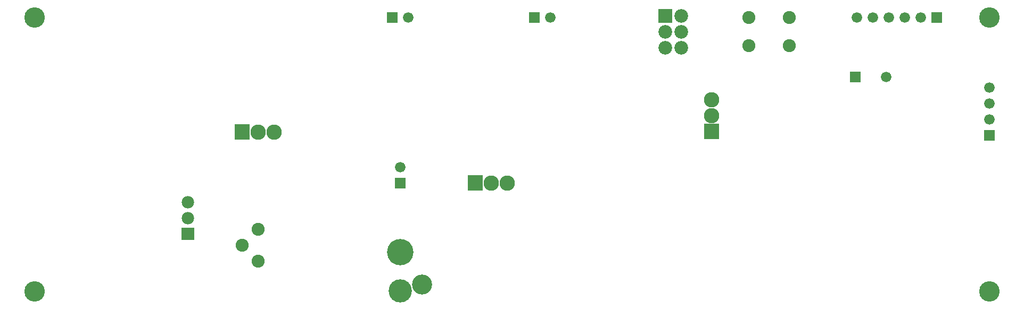
<source format=gbr>
G04 start of page 12 for group 17 layer_idx 0 *
G04 Title: (unknown), bottom_mask *
G04 Creator: pcb-rnd 1.2.7 *
G04 CreationDate: 2018-01-15 00:32:24 UTC *
G04 For: newell *
G04 Format: Gerber/RS-274X *
G04 PCB-Dimensions: 625000 200000 *
G04 PCB-Coordinate-Origin: lower left *
%MOIN*%
%FSLAX25Y25*%
%LNBOTTOMMASK*%
%ADD218C,0.0780*%
%ADD217C,0.0860*%
%ADD216C,0.0817*%
%ADD215C,0.1281*%
%ADD214C,0.1260*%
%ADD213C,0.1457*%
%ADD212C,0.1654*%
%ADD211C,0.0660*%
%ADD210C,0.0960*%
%ADD209C,0.0001*%
G54D209*G36*
X285200Y86800D02*Y77200D01*
X294800D01*
Y86800D01*
X285200D01*
G37*
G54D210*X300000Y82000D03*
X310000D03*
X164000Y114000D03*
G54D209*G36*
X239700Y85300D02*Y78700D01*
X246300D01*
Y85300D01*
X239700D01*
G37*
G54D211*X243000Y92000D03*
G54D212*Y38567D03*
G54D213*Y14157D03*
G54D214*X256780Y18094D03*
G54D209*G36*
X575700Y189300D02*Y182700D01*
X582300D01*
Y189300D01*
X575700D01*
G37*
G54D211*X569000Y186000D03*
X559000D03*
X549000D03*
G54D215*X612000D03*
G54D211*X539000D03*
X547200Y148500D03*
G54D215*X612000Y14000D03*
G54D209*G36*
X608700Y115300D02*Y108700D01*
X615300D01*
Y115300D01*
X608700D01*
G37*
G54D211*X612000Y122000D03*
Y132000D03*
Y142000D03*
X529000Y186000D03*
G54D216*X461205Y185858D03*
X486795D03*
G54D209*G36*
X404700Y191300D02*Y182700D01*
X413300D01*
Y191300D01*
X404700D01*
G37*
G54D217*X409000Y177000D03*
Y167000D03*
X419000Y187000D03*
Y177000D03*
Y167000D03*
G54D209*G36*
X433200Y119100D02*Y109500D01*
X442800D01*
Y119100D01*
X433200D01*
G37*
G54D210*X438000Y124300D03*
Y134300D03*
G54D216*X461205Y168142D03*
X486795D03*
G54D209*G36*
X323700Y189300D02*Y182700D01*
X330300D01*
Y189300D01*
X323700D01*
G37*
G54D211*X337000Y186000D03*
G54D209*G36*
X234700Y189300D02*Y182700D01*
X241300D01*
Y189300D01*
X234700D01*
G37*
G54D211*X248000Y186000D03*
G54D209*G36*
X524700Y151800D02*Y145200D01*
X531300D01*
Y151800D01*
X524700D01*
G37*
G36*
X106100Y53900D02*Y46100D01*
X113900D01*
Y53900D01*
X106100D01*
G37*
G54D218*X110000Y60000D03*
Y70000D03*
G54D215*X14000Y14000D03*
Y186000D03*
G54D209*G36*
X139200Y118800D02*Y109200D01*
X148800D01*
Y118800D01*
X139200D01*
G37*
G54D210*X154000Y114000D03*
G54D216*X154138Y53000D03*
Y33000D03*
X144138Y43000D03*
M02*

</source>
